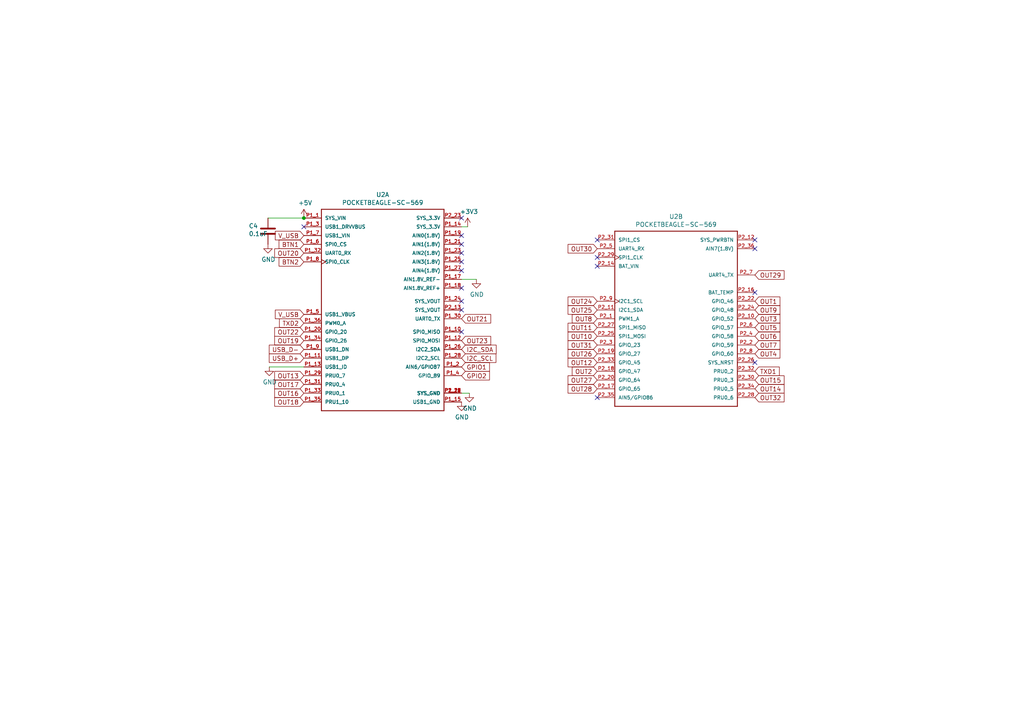
<source format=kicad_sch>
(kicad_sch (version 20211123) (generator eeschema)
  (paper "A4")
  (title_block (title "PB 16 Expansion") (date "2022-08-13") (rev "v4") (company "Scott Hanson"))
  (lib_symbols
    (symbol "Device:C" (pin_numbers hide) (pin_names (offset 0.254))
      (property "Reference" "C" (at 0.635 2.54 0))
      (property "Value" "C" (at 0.635 -2.54 0))
      (symbol "C_0_1"
        (polyline (pts (xy -2.032 -0.762) (xy 2.032 -0.762)) (stroke (width 0.508)))
        (polyline (pts (xy -2.032 0.762) (xy 2.032 0.762)) (stroke (width 0.508)))
      )
      (symbol "C_1_1"
        (pin passive line (at 0 3.81 270) (length 2.794) (name "~") (number "1"))
        (pin passive line (at 0 -3.81 90) (length 2.794) (name "~") (number "2"))
      )
    )
    (symbol "PB_16-rescue:+3.3V-power" (power) (pin_names (offset 0))
      (property "Value" "+3.3V-power" (at 0 3.556 0))
      (symbol "+3.3V-power_0_1"
        (polyline (pts (xy -0.762 1.27) (xy 0 2.54)))
        (polyline (pts (xy 0 0) (xy 0 2.54)))
        (polyline (pts (xy 0 2.54) (xy 0.762 1.27)))
      )
      (symbol "+3.3V-power_1_1"
        (pin power_in line (at 0 0 90) (length 0) hide (name "+3V3") (number "1"))
      )
    )
    (symbol "PB_16-rescue:POCKETBEAGLE-SC-569-POCKETBEAGLE" (pin_names (offset 1.016))
      (property "Reference" "U" (at -17.78 28.4734 0))
      (property "Value" "POCKETBEAGLE-SC-569-POCKETBEAGLE" (at -17.8054 -33.0454 0))
      (symbol "POCKETBEAGLE-SC-569-POCKETBEAGLE_1_0"
        (polyline (pts (xy -17.78 -30.48) (xy 17.78 -30.48)) (stroke (width 0.254)))
        (polyline (pts (xy -17.78 27.94) (xy -17.78 -30.48)) (stroke (width 0.254)))
        (polyline (pts (xy 17.78 -30.48) (xy 17.78 27.94)) (stroke (width 0.254)))
        (polyline (pts (xy 17.78 27.94) (xy -17.78 27.94)) (stroke (width 0.254)))
        (pin input line (at -22.86 25.4 0) (length 5.08) (name "SYS_VIN") (number "P1_1"))
        (pin bidirectional line (at 22.86 -7.62 180) (length 5.08) (name "SPI0_MISO") (number "P1_10"))
        (pin bidirectional line (at -22.86 -15.24 0) (length 5.08) (name "USB1_DP") (number "P1_11"))
        (pin bidirectional line (at 22.86 -10.16 180) (length 5.08) (name "SPI0_MOSI") (number "P1_12"))
        (pin bidirectional line (at -22.86 -17.78 0) (length 5.08) (name "USB1_ID") (number "P1_13"))
        (pin power_in line (at 22.86 22.86 180) (length 5.08) (name "SYS_3.3V") (number "P1_14"))
        (pin power_in line (at 22.86 -27.94 180) (length 5.08) (name "USB1_GND") (number "P1_15"))
        (pin power_in line (at 22.86 -25.4 180) (length 5.08) (name "SYS_GND") (number "P1_16"))
        (pin power_in line (at 22.86 7.62 180) (length 5.08) (name "AIN1.8V_REF-") (number "P1_17"))
        (pin power_in line (at 22.86 5.08 180) (length 5.08) (name "AIN1.8V_REF+") (number "P1_18"))
        (pin power_in line (at 22.86 20.32 180) (length 5.08) (name "AIN0(1.8V)") (number "P1_19"))
        (pin bidirectional line (at 22.86 -17.78 180) (length 5.08) (name "AIN6/GPIO87") (number "P1_2"))
        (pin bidirectional line (at -22.86 -7.62 0) (length 5.08) (name "GPIO_20") (number "P1_20"))
        (pin power_in line (at 22.86 17.78 180) (length 5.08) (name "AIN1(1.8V)") (number "P1_21"))
        (pin power_in line (at 22.86 -25.4 180) (length 5.08) (name "SYS_GND") (number "P1_22"))
        (pin power_in line (at 22.86 15.24 180) (length 5.08) (name "AIN2(1.8V)") (number "P1_23"))
        (pin output line (at 22.86 1.27 180) (length 5.08) (name "SYS_VOUT") (number "P1_24"))
        (pin power_in line (at 22.86 12.7 180) (length 5.08) (name "AIN3(1.8V)") (number "P1_25"))
        (pin bidirectional line (at 22.86 -12.7 180) (length 5.08) (name "I2C2_SDA") (number "P1_26"))
        (pin power_in line (at 22.86 10.16 180) (length 5.08) (name "AIN4(1.8V)") (number "P1_27"))
        (pin bidirectional line (at 22.86 -15.24 180) (length 5.08) (name "I2C2_SCL") (number "P1_28"))
        (pin bidirectional line (at -22.86 -20.32 0) (length 5.08) (name "PRU0_7") (number "P1_29"))
        (pin input line (at -22.86 22.86 0) (length 5.08) (name "USB1_DRVVBUS") (number "P1_3"))
        (pin output line (at 22.86 -3.81 180) (length 5.08) (name "UART0_TX") (number "P1_30"))
        (pin bidirectional line (at -22.86 -22.86 0) (length 5.08) (name "PRU0_4") (number "P1_31"))
        (pin input line (at -22.86 15.24 0) (length 5.08) (name "UART0_RX") (number "P1_32"))
        (pin bidirectional line (at -22.86 -25.4 0) (length 5.08) (name "PRU0_1") (number "P1_33"))
        (pin bidirectional line (at -22.86 -10.16 0) (length 5.08) (name "GPIO_26") (number "P1_34"))
        (pin bidirectional line (at -22.86 -27.94 0) (length 5.08) (name "PRU1_10") (number "P1_35"))
        (pin bidirectional line (at -22.86 -5.08 0) (length 5.08) (name "PWM0_A") (number "P1_36"))
        (pin bidirectional line (at 22.86 -20.32 180) (length 5.08) (name "GPIO_89") (number "P1_4"))
        (pin bidirectional line (at -22.86 -2.54 0) (length 5.08) (name "USB1_VBUS") (number "P1_5"))
        (pin input line (at -22.86 17.78 0) (length 5.08) (name "SPI0_CS") (number "P1_6"))
        (pin input line (at -22.86 20.32 0) (length 5.08) (name "USB1_VIN") (number "P1_7"))
        (pin input clock (at -22.86 12.7 0) (length 5.08) (name "SPI0_CLK") (number "P1_8"))
        (pin bidirectional line (at -22.86 -12.7 0) (length 5.08) (name "USB1_DN") (number "P1_9"))
        (pin output line (at 22.86 -1.27 180) (length 5.08) (name "SYS_VOUT") (number "P2_13"))
        (pin power_in line (at 22.86 -25.4 180) (length 5.08) (name "SYS_GND") (number "P2_15"))
        (pin power_in line (at 22.86 -25.4 180) (length 5.08) (name "SYS_GND") (number "P2_21"))
        (pin power_in line (at 22.86 25.4 180) (length 5.08) (name "SYS_3.3V") (number "P2_23"))
      )
      (symbol "POCKETBEAGLE-SC-569-POCKETBEAGLE_2_0"
        (polyline (pts (xy -17.78 -25.4) (xy 17.78 -25.4)) (stroke (width 0.254)))
        (polyline (pts (xy -17.78 25.4) (xy -17.78 -25.4)) (stroke (width 0.254)))
        (polyline (pts (xy 17.78 -25.4) (xy 17.78 25.4)) (stroke (width 0.254)))
        (polyline (pts (xy 17.78 25.4) (xy -17.78 25.4)) (stroke (width 0.254)))
        (pin bidirectional line (at -22.86 0 0) (length 5.08) (name "PWM1_A") (number "P2_1"))
        (pin bidirectional line (at 22.86 0 180) (length 5.08) (name "GPIO_52") (number "P2_10"))
        (pin bidirectional line (at -22.86 2.54 0) (length 5.08) (name "I2C1_SDA") (number "P2_11"))
        (pin power_in line (at 22.86 22.86 180) (length 5.08) (name "SYS_PWRBTN") (number "P2_12"))
        (pin input line (at -22.86 15.24 0) (length 5.08) (name "BAT_VIN") (number "P2_14"))
        (pin bidirectional line (at 22.86 7.62 180) (length 5.08) (name "BAT_TEMP") (number "P2_16"))
        (pin bidirectional line (at -22.86 -20.32 0) (length 5.08) (name "GPIO_65") (number "P2_17"))
        (pin bidirectional line (at -22.86 -15.24 0) (length 5.08) (name "GPIO_47") (number "P2_18"))
        (pin bidirectional line (at -22.86 -10.16 0) (length 5.08) (name "GPIO_27") (number "P2_19"))
        (pin bidirectional line (at 22.86 -7.62 180) (length 5.08) (name "GPIO_59") (number "P2_2"))
        (pin bidirectional line (at -22.86 -17.78 0) (length 5.08) (name "GPIO_64") (number "P2_20"))
        (pin bidirectional line (at 22.86 5.08 180) (length 5.08) (name "GPIO_46") (number "P2_22"))
        (pin bidirectional line (at 22.86 2.54 180) (length 5.08) (name "GPIO_48") (number "P2_24"))
        (pin bidirectional line (at -22.86 -5.08 0) (length 5.08) (name "SPI1_MOSI") (number "P2_25"))
        (pin bidirectional line (at 22.86 -12.7 180) (length 5.08) (name "SYS_NRST") (number "P2_26"))
        (pin bidirectional line (at -22.86 -2.54 0) (length 5.08) (name "SPI1_MISO") (number "P2_27"))
        (pin bidirectional line (at 22.86 -22.86 180) (length 5.08) (name "PRU0_6") (number "P2_28"))
        (pin input clock (at -22.86 17.78 0) (length 5.08) (name "SPI1_CLK") (number "P2_29"))
        (pin bidirectional line (at -22.86 -7.62 0) (length 5.08) (name "GPIO_23") (number "P2_3"))
        (pin bidirectional line (at 22.86 -17.78 180) (length 5.08) (name "PRU0_3") (number "P2_30"))
        (pin input line (at -22.86 22.86 0) (length 5.08) (name "SPI1_CS") (number "P2_31"))
        (pin bidirectional line (at 22.86 -15.24 180) (length 5.08) (name "PRU0_2") (number "P2_32"))
        (pin bidirectional line (at -22.86 -12.7 0) (length 5.08) (name "GPIO_45") (number "P2_33"))
        (pin bidirectional line (at 22.86 -20.32 180) (length 5.08) (name "PRU0_5") (number "P2_34"))
        (pin bidirectional line (at -22.86 -22.86 0) (length 5.08) (name "AIN5/GPIO86") (number "P2_35"))
        (pin power_in line (at 22.86 20.32 180) (length 5.08) (name "AIN7(1.8V)") (number "P2_36"))
        (pin bidirectional line (at 22.86 -5.08 180) (length 5.08) (name "GPIO_58") (number "P2_4"))
        (pin input line (at -22.86 20.32 0) (length 5.08) (name "UART4_RX") (number "P2_5"))
        (pin bidirectional line (at 22.86 -2.54 180) (length 5.08) (name "GPIO_57") (number "P2_6"))
        (pin output line (at 22.86 12.7 180) (length 5.08) (name "UART4_TX") (number "P2_7"))
        (pin bidirectional line (at 22.86 -10.16 180) (length 5.08) (name "GPIO_60") (number "P2_8"))
        (pin bidirectional clock (at -22.86 5.08 0) (length 5.08) (name "I2C1_SCL") (number "P2_9"))
      )
    )
    (symbol "POCKETBEAGLE-SC-569-POCKETBEAGLE_1" (pin_names (offset 1.016))
      (property "Reference" "U2" (at 0 32.1818 0))
      (property "Value" "POCKETBEAGLE-SC-569-POCKETBEAGLE_1" (at 0 29.8704 0))
      (symbol "POCKETBEAGLE-SC-569-POCKETBEAGLE_1_1_0"
        (polyline (pts (xy -17.78 -30.48) (xy 17.78 -30.48)) (stroke (width 0.254)))
        (polyline (pts (xy -17.78 27.94) (xy -17.78 -30.48)) (stroke (width 0.254)))
        (polyline (pts (xy 17.78 -30.48) (xy 17.78 27.94)) (stroke (width 0.254)))
        (polyline (pts (xy 17.78 27.94) (xy -17.78 27.94)) (stroke (width 0.254)))
        (pin input line (at -22.86 25.4 0) (length 5.08) (name "SYS_VIN") (number "P1_1"))
        (pin bidirectional line (at 22.86 -7.62 180) (length 5.08) (name "SPI0_MISO") (number "P1_10"))
        (pin bidirectional line (at -22.86 -15.24 0) (length 5.08) (name "USB1_DP") (number "P1_11"))
        (pin bidirectional line (at 22.86 -10.16 180) (length 5.08) (name "SPI0_MOSI") (number "P1_12"))
        (pin bidirectional line (at -22.86 -17.78 0) (length 5.08) (name "USB1_ID") (number "P1_13"))
        (pin power_out line (at 22.86 22.86 180) (length 5.08) (name "SYS_3.3V") (number "P1_14"))
        (pin power_in line (at 22.86 -27.94 180) (length 5.08) (name "USB1_GND") (number "P1_15"))
        (pin power_in line (at 22.86 -25.4 180) (length 5.08) (name "SYS_GND") (number "P1_16"))
        (pin power_in line (at 22.86 7.62 180) (length 5.08) (name "AIN1.8V_REF-") (number "P1_17"))
        (pin power_in line (at 22.86 5.08 180) (length 5.08) (name "AIN1.8V_REF+") (number "P1_18"))
        (pin power_in line (at 22.86 20.32 180) (length 5.08) (name "AIN0(1.8V)") (number "P1_19"))
        (pin bidirectional line (at 22.86 -17.78 180) (length 5.08) (name "AIN6/GPIO87") (number "P1_2"))
        (pin bidirectional line (at -22.86 -7.62 0) (length 5.08) (name "GPIO_20") (number "P1_20"))
        (pin power_in line (at 22.86 17.78 180) (length 5.08) (name "AIN1(1.8V)") (number "P1_21"))
        (pin power_in line (at 22.86 -25.4 180) (length 5.08) (name "SYS_GND") (number "P1_22"))
        (pin power_in line (at 22.86 15.24 180) (length 5.08) (name "AIN2(1.8V)") (number "P1_23"))
        (pin output line (at 22.86 1.27 180) (length 5.08) (name "SYS_VOUT") (number "P1_24"))
        (pin power_in line (at 22.86 12.7 180) (length 5.08) (name "AIN3(1.8V)") (number "P1_25"))
        (pin bidirectional line (at 22.86 -12.7 180) (length 5.08) (name "I2C2_SDA") (number "P1_26"))
        (pin power_in line (at 22.86 10.16 180) (length 5.08) (name "AIN4(1.8V)") (number "P1_27"))
        (pin bidirectional line (at 22.86 -15.24 180) (length 5.08) (name "I2C2_SCL") (number "P1_28"))
        (pin bidirectional line (at -22.86 -20.32 0) (length 5.08) (name "PRU0_7") (number "P1_29"))
        (pin input line (at -22.86 22.86 0) (length 5.08) (name "USB1_DRVVBUS") (number "P1_3"))
        (pin output line (at 22.86 -3.81 180) (length 5.08) (name "UART0_TX") (number "P1_30"))
        (pin bidirectional line (at -22.86 -22.86 0) (length 5.08) (name "PRU0_4") (number "P1_31"))
        (pin input line (at -22.86 15.24 0) (length 5.08) (name "UART0_RX") (number "P1_32"))
        (pin bidirectional line (at -22.86 -25.4 0) (length 5.08) (name "PRU0_1") (number "P1_33"))
        (pin bidirectional line (at -22.86 -10.16 0) (length 5.08) (name "GPIO_26") (number "P1_34"))
        (pin bidirectional line (at -22.86 -27.94 0) (length 5.08) (name "PRU1_10") (number "P1_35"))
        (pin bidirectional line (at -22.86 -5.08 0) (length 5.08) (name "PWM0_A") (number "P1_36"))
        (pin bidirectional line (at 22.86 -20.32 180) (length 5.08) (name "GPIO_89") (number "P1_4"))
        (pin bidirectional line (at -22.86 -2.54 0) (length 5.08) (name "USB1_VBUS") (number "P1_5"))
        (pin input line (at -22.86 17.78 0) (length 5.08) (name "SPI0_CS") (number "P1_6"))
        (pin input line (at -22.86 20.32 0) (length 5.08) (name "USB1_VIN") (number "P1_7"))
        (pin input clock (at -22.86 12.7 0) (length 5.08) (name "SPI0_CLK") (number "P1_8"))
        (pin bidirectional line (at -22.86 -12.7 0) (length 5.08) (name "USB1_DN") (number "P1_9"))
        (pin output line (at 22.86 -1.27 180) (length 5.08) (name "SYS_VOUT") (number "P2_13"))
        (pin power_in line (at 22.86 -25.4 180) (length 5.08) (name "SYS_GND") (number "P2_15"))
        (pin power_in line (at 22.86 -25.4 180) (length 5.08) (name "SYS_GND") (number "P2_21"))
        (pin power_out line (at 22.86 25.4 180) (length 5.08) (name "SYS_3.3V") (number "P2_23"))
      )
      (symbol "POCKETBEAGLE-SC-569-POCKETBEAGLE_1_2_0"
        (polyline (pts (xy -17.78 -25.4) (xy 17.78 -25.4)) (stroke (width 0.254)))
        (polyline (pts (xy -17.78 25.4) (xy -17.78 -25.4)) (stroke (width 0.254)))
        (polyline (pts (xy 17.78 -25.4) (xy 17.78 25.4)) (stroke (width 0.254)))
        (polyline (pts (xy 17.78 25.4) (xy -17.78 25.4)) (stroke (width 0.254)))
        (pin bidirectional line (at -22.86 0 0) (length 5.08) (name "PWM1_A") (number "P2_1"))
        (pin bidirectional line (at 22.86 0 180) (length 5.08) (name "GPIO_52") (number "P2_10"))
        (pin bidirectional line (at -22.86 2.54 0) (length 5.08) (name "I2C1_SDA") (number "P2_11"))
        (pin power_in line (at 22.86 22.86 180) (length 5.08) (name "SYS_PWRBTN") (number "P2_12"))
        (pin input line (at -22.86 15.24 0) (length 5.08) (name "BAT_VIN") (number "P2_14"))
        (pin bidirectional line (at 22.86 7.62 180) (length 5.08) (name "BAT_TEMP") (number "P2_16"))
        (pin bidirectional line (at -22.86 -20.32 0) (length 5.08) (name "GPIO_65") (number "P2_17"))
        (pin bidirectional line (at -22.86 -15.24 0) (length 5.08) (name "GPIO_47") (number "P2_18"))
        (pin bidirectional line (at -22.86 -10.16 0) (length 5.08) (name "GPIO_27") (number "P2_19"))
        (pin bidirectional line (at 22.86 -7.62 180) (length 5.08) (name "GPIO_59") (number "P2_2"))
        (pin bidirectional line (at -22.86 -17.78 0) (length 5.08) (name "GPIO_64") (number "P2_20"))
        (pin bidirectional line (at 22.86 5.08 180) (length 5.08) (name "GPIO_46") (number "P2_22"))
        (pin bidirectional line (at 22.86 2.54 180) (length 5.08) (name "GPIO_48") (number "P2_24"))
        (pin bidirectional line (at -22.86 -5.08 0) (length 5.08) (name "SPI1_MOSI") (number "P2_25"))
        (pin bidirectional line (at 22.86 -12.7 180) (length 5.08) (name "SYS_NRST") (number "P2_26"))
        (pin bidirectional line (at -22.86 -2.54 0) (length 5.08) (name "SPI1_MISO") (number "P2_27"))
        (pin bidirectional line (at 22.86 -22.86 180) (length 5.08) (name "PRU0_6") (number "P2_28"))
        (pin input clock (at -22.86 17.78 0) (length 5.08) (name "SPI1_CLK") (number "P2_29"))
        (pin bidirectional line (at -22.86 -7.62 0) (length 5.08) (name "GPIO_23") (number "P2_3"))
        (pin bidirectional line (at 22.86 -17.78 180) (length 5.08) (name "PRU0_3") (number "P2_30"))
        (pin input line (at -22.86 22.86 0) (length 5.08) (name "SPI1_CS") (number "P2_31"))
        (pin bidirectional line (at 22.86 -15.24 180) (length 5.08) (name "PRU0_2") (number "P2_32"))
        (pin bidirectional line (at -22.86 -12.7 0) (length 5.08) (name "GPIO_45") (number "P2_33"))
        (pin bidirectional line (at 22.86 -20.32 180) (length 5.08) (name "PRU0_5") (number "P2_34"))
        (pin bidirectional line (at -22.86 -22.86 0) (length 5.08) (name "AIN5/GPIO86") (number "P2_35"))
        (pin power_in line (at 22.86 20.32 180) (length 5.08) (name "AIN7(1.8V)") (number "P2_36"))
        (pin bidirectional line (at 22.86 -5.08 180) (length 5.08) (name "GPIO_58") (number "P2_4"))
        (pin input line (at -22.86 20.32 0) (length 5.08) (name "UART4_RX") (number "P2_5"))
        (pin bidirectional line (at 22.86 -2.54 180) (length 5.08) (name "GPIO_57") (number "P2_6"))
        (pin output line (at 22.86 12.7 180) (length 5.08) (name "UART4_TX") (number "P2_7"))
        (pin bidirectional line (at 22.86 -10.16 180) (length 5.08) (name "GPIO_60") (number "P2_8"))
        (pin bidirectional clock (at -22.86 5.08 0) (length 5.08) (name "I2C1_SCL") (number "P2_9"))
      )
    )
    (symbol "power:+5V" (power) (pin_names (offset 0))
      (property "Value" "+5V" (at 0 3.556 0))
      (symbol "+5V_0_1"
        (polyline (pts (xy -0.762 1.27) (xy 0 2.54)))
        (polyline (pts (xy 0 0) (xy 0 2.54)))
        (polyline (pts (xy 0 2.54) (xy 0.762 1.27)))
      )
      (symbol "+5V_1_1"
        (pin power_in line (at 0 0 90) (length 0) hide (name "+5V") (number "1"))
      )
    )
    (symbol "power:GND" (power) (pin_names (offset 0))
      (property "Value" "GND" (at 0 -3.81 0))
      (symbol "GND_0_1"
        (polyline (pts (xy 0 0) (xy 0 -1.27) (xy 1.27 -1.27) (xy 0 -2.54) (xy -1.27 -1.27) (xy 0 -1.27)))
      )
      (symbol "GND_1_1"
        (pin power_in line (at 0 0 270) (length 0) hide (name "GND") (number "1"))
      )
    )
  )
  (junction (at 88.138 63.246))
  (no_connect (at 133.858 78.486))
  (no_connect (at 173.228 115.316))
  (no_connect (at 133.858 75.946))
  (no_connect (at 133.858 83.566))
  (no_connect (at 133.858 68.326))
  (no_connect (at 218.948 69.596))
  (no_connect (at 133.858 87.376))
  (no_connect (at 133.858 73.406))
  (no_connect (at 173.228 77.216))
  (no_connect (at 133.858 96.266))
  (no_connect (at 218.948 72.136))
  (no_connect (at 133.858 89.916))
  (no_connect (at 173.228 69.596))
  (no_connect (at 133.858 70.866))
  (no_connect (at 173.228 74.676))
  (no_connect (at 218.948 84.836))
  (no_connect (at 133.858 63.246))
  (no_connect (at 88.138 65.786))
  (no_connect (at 218.948 105.156))
  (wire (pts (xy 77.724 63.246) (xy 88.138 63.246)))
  (wire (pts (xy 135.636 65.786) (xy 133.858 65.786)))
  (wire (pts (xy 88.138 106.426) (xy 78.105 106.426)))
  (wire (pts (xy 133.858 81.026) (xy 138.176 81.026)))
  (wire (pts (xy 133.858 114.046) (xy 136.144 114.046)))
  (global_label "OUT18" (shape input) (at 88.138 116.586 180) (property "Intersheet References" "${INTERSHEET_REFS}" (effects hide)))
  (global_label "V_USB" (shape input) (at 88.138 91.186 180) (property "Intersheet References" "${INTERSHEET_REFS}" (effects hide)))
  (global_label "TXD1" (shape input) (at 218.948 107.696 0) (property "Intersheet References" "${INTERSHEET_REFS}" (effects hide)))
  (global_label "OUT16" (shape input) (at 88.138 114.046 180) (property "Intersheet References" "${INTERSHEET_REFS}" (effects hide)))
  (global_label "OUT5" (shape input) (at 218.948 94.996 0) (property "Intersheet References" "${INTERSHEET_REFS}" (effects hide)))
  (global_label "I2C_SDA" (shape input) (at 133.858 101.346 0) (property "Intersheet References" "${INTERSHEET_REFS}" (effects hide)))
  (global_label "OUT6" (shape input) (at 218.948 97.536 0) (property "Intersheet References" "${INTERSHEET_REFS}" (effects hide)))
  (global_label "OUT30" (shape input) (at 173.228 72.136 180) (property "Intersheet References" "${INTERSHEET_REFS}" (effects hide)))
  (global_label "OUT24" (shape input) (at 173.228 87.376 180) (property "Intersheet References" "${INTERSHEET_REFS}" (effects hide)))
  (global_label "I2C_SCL" (shape input) (at 133.858 103.886 0) (property "Intersheet References" "${INTERSHEET_REFS}" (effects hide)))
  (global_label "OUT10" (shape input) (at 173.228 97.536 180) (property "Intersheet References" "${INTERSHEET_REFS}" (effects hide)))
  (global_label "OUT2" (shape input) (at 173.228 107.696 180) (property "Intersheet References" "${INTERSHEET_REFS}" (effects hide)))
  (global_label "OUT26" (shape input) (at 173.228 102.616 180) (property "Intersheet References" "${INTERSHEET_REFS}" (effects hide)))
  (global_label "OUT4" (shape input) (at 218.948 102.616 0) (property "Intersheet References" "${INTERSHEET_REFS}" (effects hide)))
  (global_label "OUT8" (shape input) (at 173.228 92.456 180) (property "Intersheet References" "${INTERSHEET_REFS}" (effects hide)))
  (global_label "OUT3" (shape input) (at 218.948 92.456 0) (property "Intersheet References" "${INTERSHEET_REFS}" (effects hide)))
  (global_label "OUT9" (shape input) (at 218.948 89.916 0) (property "Intersheet References" "${INTERSHEET_REFS}" (effects hide)))
  (global_label "OUT7" (shape input) (at 218.948 100.076 0) (property "Intersheet References" "${INTERSHEET_REFS}" (effects hide)))
  (global_label "OUT13" (shape input) (at 88.138 108.966 180) (property "Intersheet References" "${INTERSHEET_REFS}" (effects hide)))
  (global_label "GPIO1" (shape input) (at 133.858 106.426 0) (property "Intersheet References" "${INTERSHEET_REFS}" (effects hide)))
  (global_label "OUT29" (shape input) (at 218.948 79.756 0) (property "Intersheet References" "${INTERSHEET_REFS}" (effects hide)))
  (global_label "OUT14" (shape input) (at 218.948 112.776 0) (property "Intersheet References" "${INTERSHEET_REFS}" (effects hide)))
  (global_label "OUT32" (shape input) (at 218.948 115.316 0) (property "Intersheet References" "${INTERSHEET_REFS}" (effects hide)))
  (global_label "OUT11" (shape input) (at 173.228 94.996 180) (property "Intersheet References" "${INTERSHEET_REFS}" (effects hide)))
  (global_label "OUT31" (shape input) (at 173.228 100.076 180) (property "Intersheet References" "${INTERSHEET_REFS}" (effects hide)))
  (global_label "BTN1" (shape input) (at 88.138 70.866 180) (property "Intersheet References" "${INTERSHEET_REFS}" (effects hide)))
  (global_label "OUT23" (shape input) (at 133.858 98.806 0) (property "Intersheet References" "${INTERSHEET_REFS}" (effects hide)))
  (global_label "OUT17" (shape input) (at 88.138 111.506 180) (property "Intersheet References" "${INTERSHEET_REFS}" (effects hide)))
  (global_label "OUT25" (shape input) (at 173.228 89.916 180) (property "Intersheet References" "${INTERSHEET_REFS}" (effects hide)))
  (global_label "USB_D-" (shape input) (at 88.138 101.346 180) (property "Intersheet References" "${INTERSHEET_REFS}" (effects hide)))
  (global_label "OUT12" (shape input) (at 173.228 105.156 180) (property "Intersheet References" "${INTERSHEET_REFS}" (effects hide)))
  (global_label "TXD2" (shape input) (at 88.138 93.726 180) (property "Intersheet References" "${INTERSHEET_REFS}" (effects hide)))
  (global_label "OUT27" (shape input) (at 173.228 110.236 180) (property "Intersheet References" "${INTERSHEET_REFS}" (effects hide)))
  (global_label "OUT15" (shape input) (at 218.948 110.236 0) (property "Intersheet References" "${INTERSHEET_REFS}" (effects hide)))
  (global_label "V_USB" (shape input) (at 88.138 68.326 180) (property "Intersheet References" "${INTERSHEET_REFS}" (effects hide)))
  (global_label "USB_D+" (shape input) (at 88.138 103.886 180) (property "Intersheet References" "${INTERSHEET_REFS}" (effects hide)))
  (global_label "GPIO2" (shape input) (at 133.858 108.966 0) (property "Intersheet References" "${INTERSHEET_REFS}" (effects hide)))
  (global_label "OUT28" (shape input) (at 173.228 112.776 180) (property "Intersheet References" "${INTERSHEET_REFS}" (effects hide)))
  (global_label "OUT22" (shape input) (at 88.138 96.266 180) (property "Intersheet References" "${INTERSHEET_REFS}" (effects hide)))
  (global_label "OUT21" (shape input) (at 133.858 92.456 0) (property "Intersheet References" "${INTERSHEET_REFS}" (effects hide)))
  (global_label "OUT19" (shape input) (at 88.138 98.806 180) (property "Intersheet References" "${INTERSHEET_REFS}" (effects hide)))
  (global_label "BTN2" (shape input) (at 88.138 75.946 180) (property "Intersheet References" "${INTERSHEET_REFS}" (effects hide)))
  (global_label "OUT20" (shape input) (at 88.138 73.406 180) (property "Intersheet References" "${INTERSHEET_REFS}" (effects hide)))
  (global_label "OUT1" (shape input) (at 218.948 87.376 0) (property "Intersheet References" "${INTERSHEET_REFS}" (effects hide)))
  (symbol (lib_name "POCKETBEAGLE-SC-569-POCKETBEAGLE_1") (lib_id "PB_16-rescue:POCKETBEAGLE-SC-569-POCKETBEAGLE") (at 110.998 88.646 0) (unit 1)
    (property "Reference" "U2" (at 110.998 56.4642 0))
    (property "Value" "POCKETBEAGLE-SC-569" (at 110.998 58.7756 0))
    (property "Footprint" "POCKETBEAGLE:BEAGLE_POCKETBEAGLE-SC-569" (effects hide))
    (property "Field4" "https://www.digikey.com/product-detail/en/ghi-electronics-llc/POCKETBEAGLE-SC-569/POCKETBEAGLE-SC-569-ND/7603326?utm_source=snapeda&utm_medium=aggregator&utm_campaign=symbol" (effects hide))
    (property "Field5" "POCKETBEAGLE-SC-569" (effects hide))
    (property "Field6" "None" (effects hide))
    (property "Field7" "POCKETBEAGLE-SC-569-ND" (effects hide))
    (property "Field8" "GHI Electronics," (effects hide))
    (property "Digi-Key_PN" "POCKETBEAGLE-SC-569-ND" (effects hide))
    (property "MPN" "POCKETBEAGLE-SC-569" (effects hide))
  )
  (symbol (lib_id "PB_16-rescue:POCKETBEAGLE-SC-569-POCKETBEAGLE") (at 196.088 92.456 0) (unit 2)
    (property "Reference" "U2" (at 196.088 62.8142 0))
    (property "Value" "POCKETBEAGLE-SC-569" (at 196.088 65.1256 0))
    (property "Footprint" "POCKETBEAGLE:BEAGLE_POCKETBEAGLE-SC-569" (effects hide))
    (property "Field4" "https://www.digikey.com/product-detail/en/ghi-electronics-llc/POCKETBEAGLE-SC-569/POCKETBEAGLE-SC-569-ND/7603326?utm_source=snapeda&utm_medium=aggregator&utm_campaign=symbol" (effects hide))
    (property "Field5" "POCKETBEAGLE-SC-569" (effects hide))
    (property "Field6" "None" (effects hide))
    (property "Field7" "POCKETBEAGLE-SC-569-ND" (effects hide))
    (property "Field8" "GHI Electronics," (effects hide))
    (property "Digi-Key_PN" "POCKETBEAGLE-SC-569-ND" (effects hide))
    (property "MPN" "POCKETBEAGLE-SC-569" (effects hide))
  )
  (symbol (lib_id "power:GND") (at 138.176 81.026 0) (unit 1)
    (property "Reference" "#PWR038" (effects hide))
    (property "Value" "GND" (at 138.303 85.4202 0))
  )
  (symbol (lib_id "Device:C") (at 77.724 67.056 0) (unit 1)
    (property "Reference" "C4" (at 72.136 65.532 0) (effects (justify left)))
    (property "Value" "0.1uF" (at 72.136 67.818 0) (effects (justify left)))
    (property "Footprint" "Capacitor_THT:C_Rect_L7.0mm_W2.0mm_P5.00mm" (effects hide))
    (property "Digi-Key_PN" "478-7336-1-ND" (effects hide))
    (property "MPN" "SR215C104KARTR1" (effects hide))
  )
  (symbol (lib_id "power:GND") (at 77.724 70.866 0) (unit 1)
    (property "Reference" "#PWR032" (effects hide))
    (property "Value" "GND" (at 77.851 75.2602 0))
  )
  (symbol (lib_id "power:+5V") (at 88.138 63.246 0) (unit 1)
    (property "Reference" "#PWR034" (effects hide))
    (property "Value" "+5V" (at 88.519 58.8518 0))
  )
  (symbol (lib_id "power:GND") (at 133.858 116.586 0) (unit 1)
    (property "Reference" "#PWR035" (effects hide))
    (property "Value" "GND" (at 133.985 120.9802 0))
  )
  (symbol (lib_id "power:GND") (at 78.105 106.426 0) (unit 1)
    (property "Reference" "#PWR033" (effects hide))
    (property "Value" "GND" (at 78.232 110.8202 0))
  )
  (symbol (lib_id "power:GND") (at 136.144 114.046 0) (unit 1)
    (property "Reference" "#PWR037" (effects hide))
    (property "Value" "GND" (at 136.271 118.4402 0))
  )
  (symbol (lib_id "PB_16-rescue:+3.3V-power") (at 135.636 65.786 0) (unit 1)
    (property "Reference" "#PWR036" (effects hide))
    (property "Value" "+3.3V" (at 136.017 61.3918 0))
  )
)
</source>
